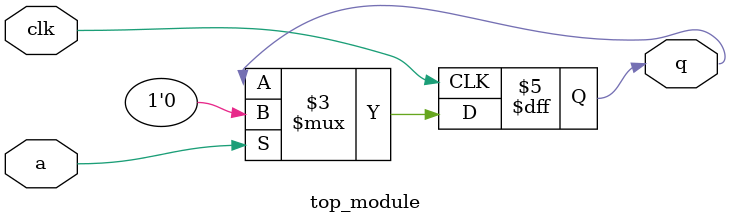
<source format=sv>
module top_module (
	input clk,
	input a, 
	output reg q
);

always @(posedge clk) begin
    if (a)
        q <= 0;
    else
        q <= q;
end

endmodule

</source>
